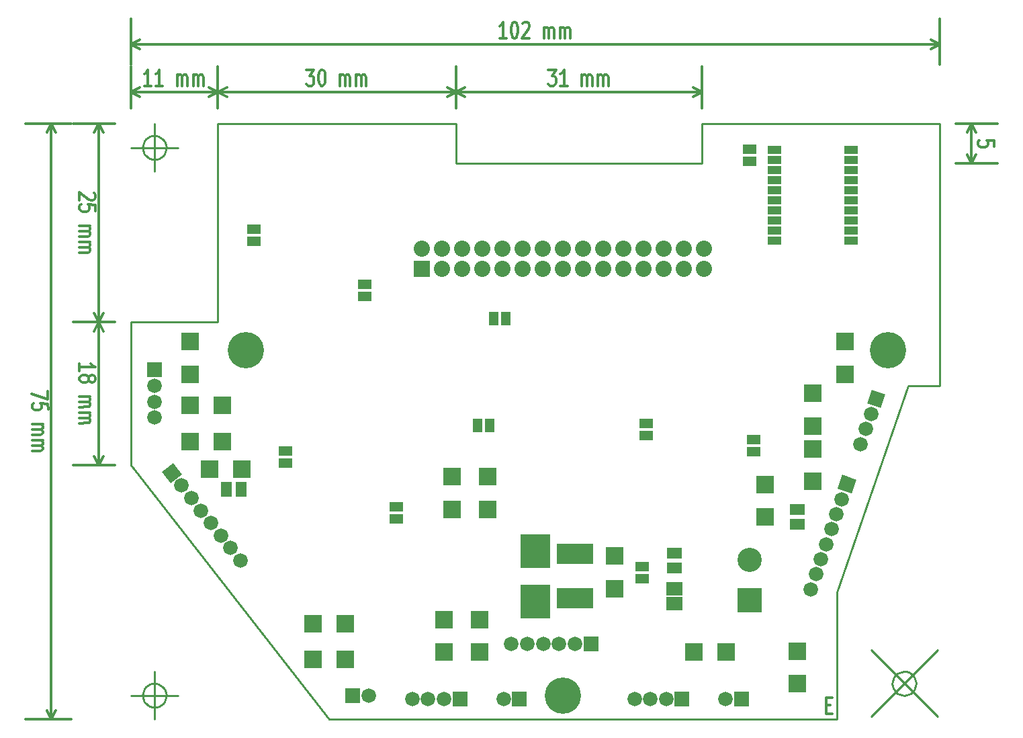
<source format=gbs>
G04 (created by PCBNEW-RS274X (2011-07-20 BZR 3052)-testing) date 2011-07-21 16:28:03*
G01*
G70*
G90*
%MOIN*%
G04 Gerber Fmt 3.4, Leading zero omitted, Abs format*
%FSLAX34Y34*%
G04 APERTURE LIST*
%ADD10C,0.006000*%
%ADD11C,0.012000*%
%ADD12C,0.008700*%
%ADD13C,0.180000*%
%ADD14R,0.070000X0.040000*%
%ADD15R,0.180000X0.100000*%
%ADD16R,0.075000X0.055000*%
%ADD17R,0.055000X0.075000*%
%ADD18R,0.065000X0.045000*%
%ADD19R,0.045000X0.065000*%
%ADD20R,0.072000X0.072000*%
%ADD21C,0.072000*%
%ADD22C,0.080000*%
%ADD23R,0.080000X0.080000*%
%ADD24R,0.086900X0.090800*%
%ADD25R,0.090800X0.086900*%
%ADD26R,0.145000X0.170000*%
%ADD27R,0.080000X0.070000*%
%ADD28R,0.120000X0.120000*%
%ADD29C,0.120000*%
G04 APERTURE END LIST*
G54D10*
G54D11*
X48298Y-42622D02*
X48498Y-42622D01*
X48584Y-43041D02*
X48298Y-43041D01*
X48298Y-42241D01*
X48584Y-42241D01*
G54D12*
X52363Y-26772D02*
X48819Y-37008D01*
X52756Y-41536D02*
X52744Y-41650D01*
X52711Y-41760D01*
X52657Y-41862D01*
X52584Y-41951D01*
X52495Y-42025D01*
X52394Y-42079D01*
X52284Y-42113D01*
X52170Y-42125D01*
X52056Y-42115D01*
X51945Y-42083D01*
X51843Y-42029D01*
X51754Y-41957D01*
X51680Y-41869D01*
X51624Y-41768D01*
X51589Y-41658D01*
X51577Y-41544D01*
X51586Y-41430D01*
X51618Y-41319D01*
X51671Y-41217D01*
X51742Y-41127D01*
X51830Y-41052D01*
X51930Y-40996D01*
X52040Y-40960D01*
X52154Y-40947D01*
X52268Y-40955D01*
X52379Y-40986D01*
X52482Y-41038D01*
X52572Y-41109D01*
X52648Y-41196D01*
X52704Y-41297D01*
X52741Y-41406D01*
X52755Y-41520D01*
X52756Y-41536D01*
X50513Y-39883D02*
X53819Y-43189D01*
X50513Y-43189D02*
X53819Y-39883D01*
X15551Y-42126D02*
X15539Y-42240D01*
X15506Y-42350D01*
X15452Y-42452D01*
X15379Y-42541D01*
X15290Y-42615D01*
X15189Y-42669D01*
X15079Y-42703D01*
X14965Y-42715D01*
X14851Y-42705D01*
X14740Y-42673D01*
X14638Y-42619D01*
X14549Y-42547D01*
X14475Y-42459D01*
X14419Y-42358D01*
X14384Y-42248D01*
X14372Y-42134D01*
X14381Y-42020D01*
X14413Y-41909D01*
X14466Y-41807D01*
X14537Y-41717D01*
X14625Y-41642D01*
X14725Y-41586D01*
X14835Y-41550D01*
X14949Y-41537D01*
X15063Y-41545D01*
X15174Y-41576D01*
X15277Y-41628D01*
X15367Y-41699D01*
X15443Y-41786D01*
X15499Y-41887D01*
X15536Y-41996D01*
X15550Y-42110D01*
X15551Y-42126D01*
X13780Y-42126D02*
X16142Y-42126D01*
X14961Y-40945D02*
X14961Y-43307D01*
X15551Y-14961D02*
X15539Y-15075D01*
X15506Y-15185D01*
X15452Y-15287D01*
X15379Y-15376D01*
X15290Y-15450D01*
X15189Y-15504D01*
X15079Y-15538D01*
X14965Y-15550D01*
X14851Y-15540D01*
X14740Y-15508D01*
X14638Y-15454D01*
X14549Y-15382D01*
X14475Y-15294D01*
X14419Y-15193D01*
X14384Y-15083D01*
X14372Y-14969D01*
X14381Y-14855D01*
X14413Y-14744D01*
X14466Y-14642D01*
X14537Y-14552D01*
X14625Y-14477D01*
X14725Y-14421D01*
X14835Y-14385D01*
X14949Y-14372D01*
X15063Y-14380D01*
X15174Y-14411D01*
X15277Y-14463D01*
X15367Y-14534D01*
X15443Y-14621D01*
X15499Y-14722D01*
X15536Y-14831D01*
X15550Y-14945D01*
X15551Y-14961D01*
X13780Y-14961D02*
X16142Y-14961D01*
X14961Y-13780D02*
X14961Y-16142D01*
G54D11*
X09677Y-27030D02*
X09678Y-27430D01*
X08878Y-27175D01*
X09679Y-27944D02*
X09678Y-27658D01*
X09297Y-27630D01*
X09335Y-27659D01*
X09374Y-27716D01*
X09374Y-27859D01*
X09336Y-27916D01*
X09298Y-27945D01*
X09222Y-27973D01*
X09032Y-27973D01*
X08955Y-27945D01*
X08917Y-27917D01*
X08879Y-27860D01*
X08879Y-27717D01*
X08916Y-27660D01*
X08954Y-27630D01*
X08880Y-28688D02*
X09414Y-28687D01*
X09337Y-28687D02*
X09375Y-28715D01*
X09414Y-28773D01*
X09415Y-28858D01*
X09376Y-28915D01*
X09300Y-28944D01*
X08881Y-28945D01*
X09300Y-28944D02*
X09376Y-28973D01*
X09415Y-29030D01*
X09415Y-29115D01*
X09376Y-29173D01*
X09300Y-29201D01*
X08881Y-29202D01*
X08882Y-29488D02*
X09416Y-29487D01*
X09339Y-29487D02*
X09377Y-29515D01*
X09416Y-29573D01*
X09416Y-29658D01*
X09377Y-29715D01*
X09301Y-29744D01*
X08882Y-29745D01*
X09301Y-29744D02*
X09377Y-29773D01*
X09416Y-29830D01*
X09416Y-29915D01*
X09377Y-29973D01*
X09302Y-30001D01*
X08883Y-30002D01*
X09844Y-13780D02*
X09844Y-43308D01*
X10827Y-13780D02*
X08564Y-13780D01*
X10827Y-43308D02*
X08564Y-43308D01*
X09844Y-43308D02*
X09614Y-42865D01*
X09844Y-43308D02*
X10074Y-42865D01*
X09844Y-13780D02*
X09614Y-14223D01*
X09844Y-13780D02*
X10074Y-14223D01*
X56627Y-14907D02*
X56627Y-14621D01*
X56246Y-14593D01*
X56284Y-14622D01*
X56322Y-14679D01*
X56322Y-14822D01*
X56284Y-14879D01*
X56246Y-14908D01*
X56170Y-14936D01*
X55980Y-14936D01*
X55903Y-14908D01*
X55865Y-14879D01*
X55827Y-14823D01*
X55827Y-14680D01*
X55865Y-14622D01*
X55903Y-14593D01*
X55511Y-13780D02*
X55511Y-15749D01*
X54725Y-13780D02*
X56791Y-13780D01*
X54725Y-15749D02*
X56791Y-15749D01*
X55511Y-15749D02*
X55281Y-15306D01*
X55511Y-15749D02*
X55741Y-15306D01*
X55511Y-13780D02*
X55281Y-14223D01*
X55511Y-13780D02*
X55741Y-14223D01*
X11240Y-26025D02*
X11239Y-25682D01*
X11240Y-25854D02*
X12040Y-25852D01*
X11926Y-25795D01*
X11850Y-25738D01*
X11811Y-25681D01*
X11698Y-26367D02*
X11736Y-26309D01*
X11774Y-26281D01*
X11850Y-26252D01*
X11888Y-26251D01*
X11964Y-26280D01*
X12003Y-26308D01*
X12041Y-26366D01*
X12041Y-26480D01*
X12003Y-26537D01*
X11965Y-26566D01*
X11889Y-26594D01*
X11851Y-26595D01*
X11775Y-26567D01*
X11736Y-26538D01*
X11698Y-26481D01*
X11698Y-26367D01*
X11660Y-26309D01*
X11621Y-26281D01*
X11545Y-26252D01*
X11393Y-26252D01*
X11316Y-26281D01*
X11279Y-26310D01*
X11241Y-26368D01*
X11241Y-26482D01*
X11279Y-26539D01*
X11317Y-26567D01*
X11394Y-26595D01*
X11546Y-26595D01*
X11622Y-26567D01*
X11660Y-26538D01*
X11698Y-26481D01*
X11242Y-27310D02*
X11776Y-27309D01*
X11699Y-27309D02*
X11737Y-27337D01*
X11776Y-27395D01*
X11777Y-27480D01*
X11738Y-27537D01*
X11662Y-27566D01*
X11243Y-27567D01*
X11662Y-27566D02*
X11738Y-27595D01*
X11777Y-27652D01*
X11777Y-27737D01*
X11738Y-27795D01*
X11662Y-27823D01*
X11243Y-27824D01*
X11244Y-28110D02*
X11778Y-28109D01*
X11701Y-28109D02*
X11739Y-28137D01*
X11778Y-28195D01*
X11778Y-28280D01*
X11739Y-28337D01*
X11663Y-28366D01*
X11244Y-28367D01*
X11663Y-28366D02*
X11739Y-28395D01*
X11778Y-28452D01*
X11778Y-28537D01*
X11739Y-28595D01*
X11664Y-28623D01*
X11245Y-28624D01*
X12206Y-23623D02*
X12206Y-30709D01*
X12993Y-23623D02*
X10926Y-23623D01*
X12993Y-30709D02*
X10926Y-30709D01*
X12206Y-30709D02*
X11976Y-30266D01*
X12206Y-30709D02*
X12436Y-30266D01*
X12206Y-23623D02*
X11976Y-24066D01*
X12206Y-23623D02*
X12436Y-24066D01*
X11963Y-17215D02*
X12001Y-17244D01*
X12040Y-17301D01*
X12040Y-17444D01*
X12002Y-17501D01*
X11964Y-17530D01*
X11888Y-17558D01*
X11812Y-17559D01*
X11697Y-17531D01*
X11239Y-17189D01*
X11240Y-17560D01*
X12041Y-18101D02*
X12040Y-17815D01*
X11659Y-17787D01*
X11697Y-17816D01*
X11736Y-17873D01*
X11736Y-18016D01*
X11698Y-18073D01*
X11660Y-18102D01*
X11584Y-18130D01*
X11394Y-18130D01*
X11317Y-18102D01*
X11279Y-18074D01*
X11241Y-18017D01*
X11241Y-17874D01*
X11278Y-17817D01*
X11316Y-17787D01*
X11242Y-18845D02*
X11776Y-18844D01*
X11699Y-18844D02*
X11737Y-18872D01*
X11776Y-18930D01*
X11777Y-19015D01*
X11738Y-19072D01*
X11662Y-19101D01*
X11243Y-19102D01*
X11662Y-19101D02*
X11738Y-19130D01*
X11777Y-19187D01*
X11777Y-19272D01*
X11738Y-19330D01*
X11662Y-19358D01*
X11243Y-19359D01*
X11244Y-19645D02*
X11778Y-19644D01*
X11701Y-19644D02*
X11739Y-19672D01*
X11778Y-19730D01*
X11778Y-19815D01*
X11739Y-19872D01*
X11663Y-19901D01*
X11244Y-19902D01*
X11663Y-19901D02*
X11739Y-19930D01*
X11778Y-19987D01*
X11778Y-20072D01*
X11739Y-20130D01*
X11664Y-20158D01*
X11245Y-20159D01*
X12206Y-13780D02*
X12206Y-23623D01*
X12993Y-13780D02*
X10926Y-13780D01*
X12993Y-23623D02*
X10926Y-23623D01*
X12206Y-23623D02*
X11976Y-23180D01*
X12206Y-23623D02*
X12436Y-23180D01*
X12206Y-13780D02*
X11976Y-14223D01*
X12206Y-13780D02*
X12436Y-14223D01*
X32430Y-09528D02*
X32087Y-09528D01*
X32259Y-09528D02*
X32259Y-08728D01*
X32202Y-08842D01*
X32144Y-08918D01*
X32087Y-08956D01*
X32801Y-08728D02*
X32858Y-08728D01*
X32915Y-08766D01*
X32944Y-08804D01*
X32973Y-08880D01*
X33001Y-09033D01*
X33001Y-09223D01*
X32973Y-09375D01*
X32944Y-09452D01*
X32915Y-09490D01*
X32858Y-09528D01*
X32801Y-09528D01*
X32744Y-09490D01*
X32715Y-09452D01*
X32687Y-09375D01*
X32658Y-09223D01*
X32658Y-09033D01*
X32687Y-08880D01*
X32715Y-08804D01*
X32744Y-08766D01*
X32801Y-08728D01*
X33229Y-08804D02*
X33258Y-08766D01*
X33315Y-08728D01*
X33458Y-08728D01*
X33515Y-08766D01*
X33544Y-08804D01*
X33572Y-08880D01*
X33572Y-08956D01*
X33544Y-09071D01*
X33201Y-09528D01*
X33572Y-09528D01*
X34286Y-09528D02*
X34286Y-08994D01*
X34286Y-09071D02*
X34314Y-09033D01*
X34372Y-08994D01*
X34457Y-08994D01*
X34514Y-09033D01*
X34543Y-09109D01*
X34543Y-09528D01*
X34543Y-09109D02*
X34572Y-09033D01*
X34629Y-08994D01*
X34714Y-08994D01*
X34772Y-09033D01*
X34800Y-09109D01*
X34800Y-09528D01*
X35086Y-09528D02*
X35086Y-08994D01*
X35086Y-09071D02*
X35114Y-09033D01*
X35172Y-08994D01*
X35257Y-08994D01*
X35314Y-09033D01*
X35343Y-09109D01*
X35343Y-09528D01*
X35343Y-09109D02*
X35372Y-09033D01*
X35429Y-08994D01*
X35514Y-08994D01*
X35572Y-09033D01*
X35600Y-09109D01*
X35600Y-09528D01*
X13780Y-09844D02*
X53937Y-09844D01*
X13780Y-10827D02*
X13780Y-08564D01*
X53937Y-10827D02*
X53937Y-08564D01*
X53937Y-09844D02*
X53494Y-10074D01*
X53937Y-09844D02*
X53494Y-09614D01*
X13780Y-09844D02*
X14223Y-10074D01*
X13780Y-09844D02*
X14223Y-09614D01*
X34511Y-11090D02*
X34882Y-11090D01*
X34682Y-11395D01*
X34768Y-11395D01*
X34825Y-11433D01*
X34854Y-11471D01*
X34882Y-11547D01*
X34882Y-11737D01*
X34854Y-11814D01*
X34825Y-11852D01*
X34768Y-11890D01*
X34596Y-11890D01*
X34539Y-11852D01*
X34511Y-11814D01*
X35453Y-11890D02*
X35110Y-11890D01*
X35282Y-11890D02*
X35282Y-11090D01*
X35225Y-11204D01*
X35167Y-11280D01*
X35110Y-11318D01*
X36167Y-11890D02*
X36167Y-11356D01*
X36167Y-11433D02*
X36195Y-11395D01*
X36253Y-11356D01*
X36338Y-11356D01*
X36395Y-11395D01*
X36424Y-11471D01*
X36424Y-11890D01*
X36424Y-11471D02*
X36453Y-11395D01*
X36510Y-11356D01*
X36595Y-11356D01*
X36653Y-11395D01*
X36681Y-11471D01*
X36681Y-11890D01*
X36967Y-11890D02*
X36967Y-11356D01*
X36967Y-11433D02*
X36995Y-11395D01*
X37053Y-11356D01*
X37138Y-11356D01*
X37195Y-11395D01*
X37224Y-11471D01*
X37224Y-11890D01*
X37224Y-11471D02*
X37253Y-11395D01*
X37310Y-11356D01*
X37395Y-11356D01*
X37453Y-11395D01*
X37481Y-11471D01*
X37481Y-11890D01*
X29922Y-12206D02*
X42126Y-12206D01*
X29922Y-12993D02*
X29922Y-10926D01*
X42126Y-12993D02*
X42126Y-10926D01*
X42126Y-12206D02*
X41683Y-12436D01*
X42126Y-12206D02*
X41683Y-11976D01*
X29922Y-12206D02*
X30365Y-12436D01*
X29922Y-12206D02*
X30365Y-11976D01*
X22503Y-11090D02*
X22874Y-11090D01*
X22674Y-11395D01*
X22760Y-11395D01*
X22817Y-11433D01*
X22846Y-11471D01*
X22874Y-11547D01*
X22874Y-11737D01*
X22846Y-11814D01*
X22817Y-11852D01*
X22760Y-11890D01*
X22588Y-11890D01*
X22531Y-11852D01*
X22503Y-11814D01*
X23245Y-11090D02*
X23302Y-11090D01*
X23359Y-11128D01*
X23388Y-11166D01*
X23417Y-11242D01*
X23445Y-11395D01*
X23445Y-11585D01*
X23417Y-11737D01*
X23388Y-11814D01*
X23359Y-11852D01*
X23302Y-11890D01*
X23245Y-11890D01*
X23188Y-11852D01*
X23159Y-11814D01*
X23131Y-11737D01*
X23102Y-11585D01*
X23102Y-11395D01*
X23131Y-11242D01*
X23159Y-11166D01*
X23188Y-11128D01*
X23245Y-11090D01*
X24159Y-11890D02*
X24159Y-11356D01*
X24159Y-11433D02*
X24187Y-11395D01*
X24245Y-11356D01*
X24330Y-11356D01*
X24387Y-11395D01*
X24416Y-11471D01*
X24416Y-11890D01*
X24416Y-11471D02*
X24445Y-11395D01*
X24502Y-11356D01*
X24587Y-11356D01*
X24645Y-11395D01*
X24673Y-11471D01*
X24673Y-11890D01*
X24959Y-11890D02*
X24959Y-11356D01*
X24959Y-11433D02*
X24987Y-11395D01*
X25045Y-11356D01*
X25130Y-11356D01*
X25187Y-11395D01*
X25216Y-11471D01*
X25216Y-11890D01*
X25216Y-11471D02*
X25245Y-11395D01*
X25302Y-11356D01*
X25387Y-11356D01*
X25445Y-11395D01*
X25473Y-11471D01*
X25473Y-11890D01*
X18111Y-12206D02*
X29922Y-12206D01*
X18111Y-12993D02*
X18111Y-10926D01*
X29922Y-12993D02*
X29922Y-10926D01*
X29922Y-12206D02*
X29479Y-12436D01*
X29922Y-12206D02*
X29479Y-11976D01*
X18111Y-12206D02*
X18554Y-12436D01*
X18111Y-12206D02*
X18554Y-11976D01*
G54D12*
X42126Y-15749D02*
X29922Y-15749D01*
X42126Y-13780D02*
X42126Y-15749D01*
X53937Y-13780D02*
X42126Y-13780D01*
X29922Y-13780D02*
X29922Y-15749D01*
X18111Y-13780D02*
X29922Y-13780D01*
X18111Y-21654D02*
X18111Y-13780D01*
X53937Y-26772D02*
X53937Y-13780D01*
X52363Y-26772D02*
X53937Y-26772D01*
X48819Y-37008D02*
X48819Y-43308D01*
X37796Y-43308D02*
X48819Y-43308D01*
X23623Y-43308D02*
X33859Y-43308D01*
G54D11*
X14803Y-11890D02*
X14460Y-11890D01*
X14632Y-11890D02*
X14632Y-11090D01*
X14575Y-11204D01*
X14517Y-11280D01*
X14460Y-11318D01*
X15374Y-11890D02*
X15031Y-11890D01*
X15203Y-11890D02*
X15203Y-11090D01*
X15146Y-11204D01*
X15088Y-11280D01*
X15031Y-11318D01*
X16088Y-11890D02*
X16088Y-11356D01*
X16088Y-11433D02*
X16116Y-11395D01*
X16174Y-11356D01*
X16259Y-11356D01*
X16316Y-11395D01*
X16345Y-11471D01*
X16345Y-11890D01*
X16345Y-11471D02*
X16374Y-11395D01*
X16431Y-11356D01*
X16516Y-11356D01*
X16574Y-11395D01*
X16602Y-11471D01*
X16602Y-11890D01*
X16888Y-11890D02*
X16888Y-11356D01*
X16888Y-11433D02*
X16916Y-11395D01*
X16974Y-11356D01*
X17059Y-11356D01*
X17116Y-11395D01*
X17145Y-11471D01*
X17145Y-11890D01*
X17145Y-11471D02*
X17174Y-11395D01*
X17231Y-11356D01*
X17316Y-11356D01*
X17374Y-11395D01*
X17402Y-11471D01*
X17402Y-11890D01*
X13780Y-12206D02*
X18111Y-12206D01*
X13780Y-12993D02*
X13780Y-10926D01*
X18111Y-12993D02*
X18111Y-10926D01*
X18111Y-12206D02*
X17668Y-12436D01*
X18111Y-12206D02*
X17668Y-11976D01*
X13780Y-12206D02*
X14223Y-12436D01*
X13780Y-12206D02*
X14223Y-11976D01*
G54D12*
X33859Y-43308D02*
X37796Y-43308D01*
X23623Y-43308D02*
X13780Y-30709D01*
X13780Y-23623D02*
X13780Y-30709D01*
X18111Y-23623D02*
X13780Y-23623D01*
X18111Y-21654D02*
X18111Y-23623D01*
G54D13*
X51378Y-25000D03*
X19489Y-25000D03*
X35237Y-42126D03*
G54D14*
X45738Y-19573D03*
X45738Y-19073D03*
X45738Y-18573D03*
X45738Y-18073D03*
X45738Y-17573D03*
X45738Y-17073D03*
X45738Y-16573D03*
X45738Y-16073D03*
X45738Y-15573D03*
X45738Y-15073D03*
X49538Y-15073D03*
X49538Y-15573D03*
X49538Y-16073D03*
X49538Y-16573D03*
X49538Y-17073D03*
X49538Y-17573D03*
X49538Y-18073D03*
X49538Y-18573D03*
X49538Y-19073D03*
X49538Y-19573D03*
G54D15*
X35827Y-37321D03*
X35827Y-35121D03*
G54D16*
X46851Y-33643D03*
X46851Y-32893D03*
G54D17*
X18523Y-31890D03*
X19273Y-31890D03*
G54D16*
X40749Y-35809D03*
X40749Y-35059D03*
G54D18*
X39174Y-36324D03*
X39174Y-35724D03*
X44489Y-15655D03*
X44489Y-15055D03*
X44686Y-30025D03*
X44686Y-29425D03*
G54D19*
X31000Y-28741D03*
X31600Y-28741D03*
G54D18*
X19882Y-18992D03*
X19882Y-19592D03*
X21457Y-30015D03*
X21457Y-30615D03*
G54D19*
X31787Y-23426D03*
X32387Y-23426D03*
G54D18*
X39371Y-29237D03*
X39371Y-28637D03*
X25394Y-22348D03*
X25394Y-21748D03*
X26969Y-33371D03*
X26969Y-32771D03*
G54D20*
X36614Y-39567D03*
G54D21*
X35827Y-39567D03*
X35039Y-39567D03*
X34253Y-39567D03*
X33465Y-39567D03*
X32678Y-39567D03*
G54D20*
X30118Y-42323D03*
G54D21*
X29330Y-42323D03*
X28544Y-42323D03*
X27756Y-42323D03*
G54D10*
G36*
X51001Y-27885D02*
X50320Y-27650D01*
X50555Y-26969D01*
X51236Y-27204D01*
X51001Y-27885D01*
X51001Y-27885D01*
G37*
G54D21*
X50522Y-28172D03*
X50266Y-28916D03*
X50010Y-29661D03*
G54D20*
X14961Y-25984D03*
G54D21*
X14961Y-26772D03*
X14961Y-27558D03*
X14961Y-28346D03*
G54D20*
X41142Y-42323D03*
G54D21*
X40354Y-42323D03*
X39568Y-42323D03*
X38780Y-42323D03*
G54D20*
X33071Y-42323D03*
G54D21*
X32284Y-42323D03*
G54D20*
X24804Y-42126D03*
G54D21*
X25591Y-42126D03*
G54D20*
X44095Y-42323D03*
G54D21*
X43308Y-42323D03*
G54D22*
X42237Y-20973D03*
X42237Y-19973D03*
X41237Y-19973D03*
X41237Y-20973D03*
G54D23*
X28237Y-20973D03*
G54D22*
X28237Y-19973D03*
X29237Y-20973D03*
X29237Y-19973D03*
X30237Y-20973D03*
X30237Y-19973D03*
X31237Y-20973D03*
X31237Y-19973D03*
X32237Y-20973D03*
X32237Y-19973D03*
X33237Y-20973D03*
X33237Y-19973D03*
X34237Y-20973D03*
X34237Y-19973D03*
X35237Y-20973D03*
X35237Y-19973D03*
X36237Y-20973D03*
X36237Y-19973D03*
X37237Y-20973D03*
X37237Y-19973D03*
X38237Y-20973D03*
X38237Y-19973D03*
X39237Y-20973D03*
X39237Y-19973D03*
X40237Y-20973D03*
X40237Y-19973D03*
G54D24*
X49213Y-24587D03*
X49213Y-26201D03*
G54D25*
X18327Y-27756D03*
X16713Y-27756D03*
G54D24*
X16733Y-24587D03*
X16733Y-26201D03*
G54D25*
X22816Y-38583D03*
X24430Y-38583D03*
G54D24*
X46851Y-39942D03*
X46851Y-41556D03*
G54D25*
X41713Y-39961D03*
X43327Y-39961D03*
G54D24*
X29725Y-31280D03*
X29725Y-32894D03*
X31497Y-31280D03*
X31497Y-32894D03*
G54D25*
X22816Y-40355D03*
X24430Y-40355D03*
G54D24*
X29331Y-38367D03*
X29331Y-39981D03*
X37796Y-36831D03*
X37796Y-35217D03*
X47638Y-28760D03*
X47638Y-27146D03*
G54D25*
X18327Y-29528D03*
X16713Y-29528D03*
X19311Y-30906D03*
X17697Y-30906D03*
G54D24*
X47638Y-29902D03*
X47638Y-31516D03*
X45276Y-33288D03*
X45276Y-31674D03*
X31103Y-38367D03*
X31103Y-39981D03*
G54D26*
X33859Y-34971D03*
X33859Y-37471D03*
G54D27*
X40749Y-36830D03*
X40749Y-37580D03*
G54D28*
X44489Y-37418D03*
G54D29*
X44489Y-35418D03*
G54D10*
G36*
X16329Y-31159D02*
X15762Y-31602D01*
X15319Y-31035D01*
X15886Y-30592D01*
X16329Y-31159D01*
X16329Y-31159D01*
G37*
G54D21*
X16308Y-31717D03*
X16793Y-32337D03*
X17278Y-32958D03*
X17762Y-33578D03*
X18247Y-34199D03*
X18732Y-34819D03*
X19216Y-35439D03*
G54D10*
G36*
X49546Y-32105D02*
X48865Y-31870D01*
X49100Y-31189D01*
X49781Y-31424D01*
X49546Y-32105D01*
X49546Y-32105D01*
G37*
G54D21*
X49067Y-32391D03*
X48810Y-33135D03*
X48554Y-33880D03*
X48298Y-34624D03*
X48042Y-35369D03*
X47785Y-36113D03*
X47529Y-36857D03*
M02*

</source>
